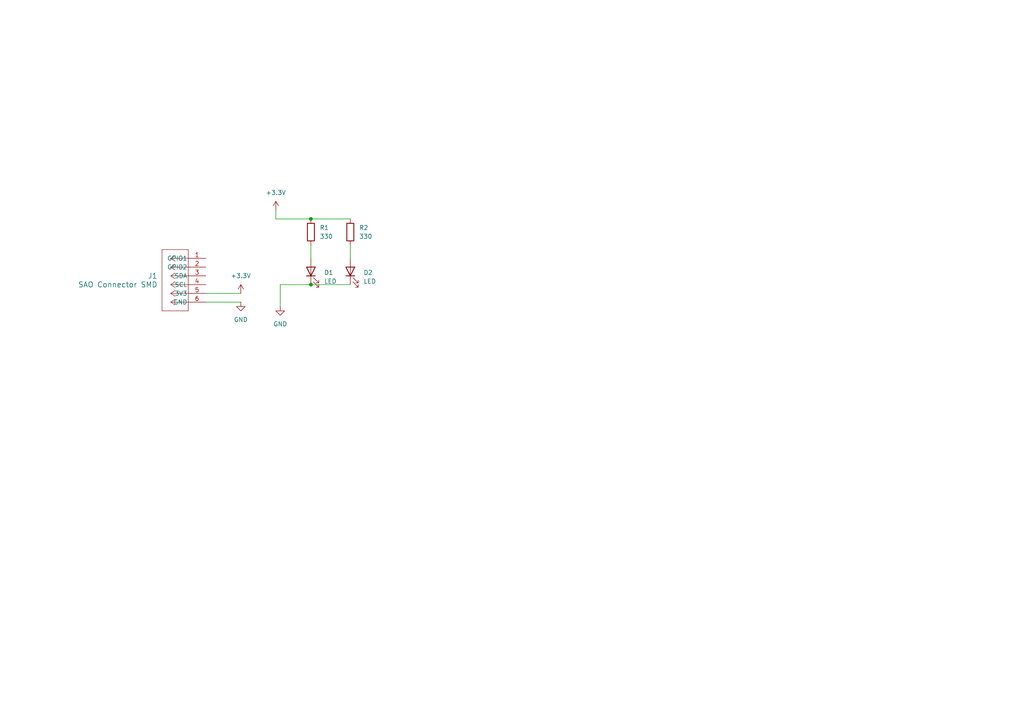
<source format=kicad_sch>
(kicad_sch
	(version 20231120)
	(generator "eeschema")
	(generator_version "8.0")
	(uuid "d5f2a1aa-578a-4ad8-9c0e-4bf4fc341cac")
	(paper "A4")
	(lib_symbols
		(symbol "Device:LED"
			(pin_numbers hide)
			(pin_names
				(offset 1.016) hide)
			(exclude_from_sim no)
			(in_bom yes)
			(on_board yes)
			(property "Reference" "D"
				(at 0 2.54 0)
				(effects
					(font
						(size 1.27 1.27)
					)
				)
			)
			(property "Value" "LED"
				(at 0 -2.54 0)
				(effects
					(font
						(size 1.27 1.27)
					)
				)
			)
			(property "Footprint" ""
				(at 0 0 0)
				(effects
					(font
						(size 1.27 1.27)
					)
					(hide yes)
				)
			)
			(property "Datasheet" "~"
				(at 0 0 0)
				(effects
					(font
						(size 1.27 1.27)
					)
					(hide yes)
				)
			)
			(property "Description" "Light emitting diode"
				(at 0 0 0)
				(effects
					(font
						(size 1.27 1.27)
					)
					(hide yes)
				)
			)
			(property "ki_keywords" "LED diode"
				(at 0 0 0)
				(effects
					(font
						(size 1.27 1.27)
					)
					(hide yes)
				)
			)
			(property "ki_fp_filters" "LED* LED_SMD:* LED_THT:*"
				(at 0 0 0)
				(effects
					(font
						(size 1.27 1.27)
					)
					(hide yes)
				)
			)
			(symbol "LED_0_1"
				(polyline
					(pts
						(xy -1.27 -1.27) (xy -1.27 1.27)
					)
					(stroke
						(width 0.254)
						(type default)
					)
					(fill
						(type none)
					)
				)
				(polyline
					(pts
						(xy -1.27 0) (xy 1.27 0)
					)
					(stroke
						(width 0)
						(type default)
					)
					(fill
						(type none)
					)
				)
				(polyline
					(pts
						(xy 1.27 -1.27) (xy 1.27 1.27) (xy -1.27 0) (xy 1.27 -1.27)
					)
					(stroke
						(width 0.254)
						(type default)
					)
					(fill
						(type none)
					)
				)
				(polyline
					(pts
						(xy -3.048 -0.762) (xy -4.572 -2.286) (xy -3.81 -2.286) (xy -4.572 -2.286) (xy -4.572 -1.524)
					)
					(stroke
						(width 0)
						(type default)
					)
					(fill
						(type none)
					)
				)
				(polyline
					(pts
						(xy -1.778 -0.762) (xy -3.302 -2.286) (xy -2.54 -2.286) (xy -3.302 -2.286) (xy -3.302 -1.524)
					)
					(stroke
						(width 0)
						(type default)
					)
					(fill
						(type none)
					)
				)
			)
			(symbol "LED_1_1"
				(pin passive line
					(at -3.81 0 0)
					(length 2.54)
					(name "K"
						(effects
							(font
								(size 1.27 1.27)
							)
						)
					)
					(number "1"
						(effects
							(font
								(size 1.27 1.27)
							)
						)
					)
				)
				(pin passive line
					(at 3.81 0 180)
					(length 2.54)
					(name "A"
						(effects
							(font
								(size 1.27 1.27)
							)
						)
					)
					(number "2"
						(effects
							(font
								(size 1.27 1.27)
							)
						)
					)
				)
			)
		)
		(symbol "Device:R"
			(pin_numbers hide)
			(pin_names
				(offset 0)
			)
			(exclude_from_sim no)
			(in_bom yes)
			(on_board yes)
			(property "Reference" "R"
				(at 2.032 0 90)
				(effects
					(font
						(size 1.27 1.27)
					)
				)
			)
			(property "Value" "R"
				(at 0 0 90)
				(effects
					(font
						(size 1.27 1.27)
					)
				)
			)
			(property "Footprint" ""
				(at -1.778 0 90)
				(effects
					(font
						(size 1.27 1.27)
					)
					(hide yes)
				)
			)
			(property "Datasheet" "~"
				(at 0 0 0)
				(effects
					(font
						(size 1.27 1.27)
					)
					(hide yes)
				)
			)
			(property "Description" "Resistor"
				(at 0 0 0)
				(effects
					(font
						(size 1.27 1.27)
					)
					(hide yes)
				)
			)
			(property "ki_keywords" "R res resistor"
				(at 0 0 0)
				(effects
					(font
						(size 1.27 1.27)
					)
					(hide yes)
				)
			)
			(property "ki_fp_filters" "R_*"
				(at 0 0 0)
				(effects
					(font
						(size 1.27 1.27)
					)
					(hide yes)
				)
			)
			(symbol "R_0_1"
				(rectangle
					(start -1.016 -2.54)
					(end 1.016 2.54)
					(stroke
						(width 0.254)
						(type default)
					)
					(fill
						(type none)
					)
				)
			)
			(symbol "R_1_1"
				(pin passive line
					(at 0 3.81 270)
					(length 1.27)
					(name "~"
						(effects
							(font
								(size 1.27 1.27)
							)
						)
					)
					(number "1"
						(effects
							(font
								(size 1.27 1.27)
							)
						)
					)
				)
				(pin passive line
					(at 0 -3.81 90)
					(length 1.27)
					(name "~"
						(effects
							(font
								(size 1.27 1.27)
							)
						)
					)
					(number "2"
						(effects
							(font
								(size 1.27 1.27)
							)
						)
					)
				)
			)
		)
		(symbol "SAO Connector SMD:SAO Connector SMD"
			(pin_names
				(offset 0.254)
			)
			(exclude_from_sim no)
			(in_bom yes)
			(on_board yes)
			(property "Reference" "J"
				(at 8.89 6.35 0)
				(effects
					(font
						(size 1.524 1.524)
					)
				)
			)
			(property "Value" "SAO Connector SMD"
				(at 0 0 0)
				(effects
					(font
						(size 1.524 1.524)
					)
				)
			)
			(property "Footprint" "components:SAO Connector SMD"
				(at 0 0 0)
				(effects
					(font
						(size 1.27 1.27)
						(italic yes)
					)
					(hide yes)
				)
			)
			(property "Datasheet" "M20-8760342"
				(at 0 0 0)
				(effects
					(font
						(size 1.27 1.27)
						(italic yes)
					)
					(hide yes)
				)
			)
			(property "Description" ""
				(at 0 0 0)
				(effects
					(font
						(size 1.27 1.27)
					)
					(hide yes)
				)
			)
			(property "ki_keywords" "M20-8760342"
				(at 0 0 0)
				(effects
					(font
						(size 1.27 1.27)
					)
					(hide yes)
				)
			)
			(property "ki_fp_filters" "CONN6_M20-8760342_HRW"
				(at 0 0 0)
				(effects
					(font
						(size 1.27 1.27)
					)
					(hide yes)
				)
			)
			(symbol "SAO Connector SMD_1_1"
				(polyline
					(pts
						(xy 5.08 -15.24) (xy 12.7 -15.24)
					)
					(stroke
						(width 0.127)
						(type default)
					)
					(fill
						(type none)
					)
				)
				(polyline
					(pts
						(xy 5.08 2.54) (xy 5.08 -15.24)
					)
					(stroke
						(width 0.127)
						(type default)
					)
					(fill
						(type none)
					)
				)
				(polyline
					(pts
						(xy 10.16 -12.7) (xy 5.08 -12.7)
					)
					(stroke
						(width 0.127)
						(type default)
					)
					(fill
						(type none)
					)
				)
				(polyline
					(pts
						(xy 10.16 -12.7) (xy 8.89 -13.5467)
					)
					(stroke
						(width 0.127)
						(type default)
					)
					(fill
						(type none)
					)
				)
				(polyline
					(pts
						(xy 10.16 -12.7) (xy 8.89 -11.8533)
					)
					(stroke
						(width 0.127)
						(type default)
					)
					(fill
						(type none)
					)
				)
				(polyline
					(pts
						(xy 10.16 -10.16) (xy 5.08 -10.16)
					)
					(stroke
						(width 0.127)
						(type default)
					)
					(fill
						(type none)
					)
				)
				(polyline
					(pts
						(xy 10.16 -10.16) (xy 8.89 -11.0067)
					)
					(stroke
						(width 0.127)
						(type default)
					)
					(fill
						(type none)
					)
				)
				(polyline
					(pts
						(xy 10.16 -10.16) (xy 8.89 -9.3133)
					)
					(stroke
						(width 0.127)
						(type default)
					)
					(fill
						(type none)
					)
				)
				(polyline
					(pts
						(xy 10.16 -7.62) (xy 5.08 -7.62)
					)
					(stroke
						(width 0.127)
						(type default)
					)
					(fill
						(type none)
					)
				)
				(polyline
					(pts
						(xy 10.16 -7.62) (xy 8.89 -8.4667)
					)
					(stroke
						(width 0.127)
						(type default)
					)
					(fill
						(type none)
					)
				)
				(polyline
					(pts
						(xy 10.16 -7.62) (xy 8.89 -6.7733)
					)
					(stroke
						(width 0.127)
						(type default)
					)
					(fill
						(type none)
					)
				)
				(polyline
					(pts
						(xy 10.16 -5.08) (xy 5.08 -5.08)
					)
					(stroke
						(width 0.127)
						(type default)
					)
					(fill
						(type none)
					)
				)
				(polyline
					(pts
						(xy 10.16 -5.08) (xy 8.89 -5.9267)
					)
					(stroke
						(width 0.127)
						(type default)
					)
					(fill
						(type none)
					)
				)
				(polyline
					(pts
						(xy 10.16 -5.08) (xy 8.89 -4.2333)
					)
					(stroke
						(width 0.127)
						(type default)
					)
					(fill
						(type none)
					)
				)
				(polyline
					(pts
						(xy 10.16 -2.54) (xy 5.08 -2.54)
					)
					(stroke
						(width 0.127)
						(type default)
					)
					(fill
						(type none)
					)
				)
				(polyline
					(pts
						(xy 10.16 -2.54) (xy 8.89 -3.3867)
					)
					(stroke
						(width 0.127)
						(type default)
					)
					(fill
						(type none)
					)
				)
				(polyline
					(pts
						(xy 10.16 -2.54) (xy 8.89 -1.6933)
					)
					(stroke
						(width 0.127)
						(type default)
					)
					(fill
						(type none)
					)
				)
				(polyline
					(pts
						(xy 10.16 0) (xy 5.08 0)
					)
					(stroke
						(width 0.127)
						(type default)
					)
					(fill
						(type none)
					)
				)
				(polyline
					(pts
						(xy 10.16 0) (xy 8.89 -0.8467)
					)
					(stroke
						(width 0.127)
						(type default)
					)
					(fill
						(type none)
					)
				)
				(polyline
					(pts
						(xy 10.16 0) (xy 8.89 0.8467)
					)
					(stroke
						(width 0.127)
						(type default)
					)
					(fill
						(type none)
					)
				)
				(polyline
					(pts
						(xy 12.7 -15.24) (xy 12.7 2.54)
					)
					(stroke
						(width 0.127)
						(type default)
					)
					(fill
						(type none)
					)
				)
				(polyline
					(pts
						(xy 12.7 2.54) (xy 5.08 2.54)
					)
					(stroke
						(width 0.127)
						(type default)
					)
					(fill
						(type none)
					)
				)
				(pin unspecified line
					(at 0 0 0)
					(length 5.08)
					(name "GPIO1"
						(effects
							(font
								(size 1.27 1.27)
							)
						)
					)
					(number "1"
						(effects
							(font
								(size 1.27 1.27)
							)
						)
					)
				)
				(pin unspecified line
					(at 0 -2.54 0)
					(length 5.08)
					(name "GPIO2"
						(effects
							(font
								(size 1.27 1.27)
							)
						)
					)
					(number "2"
						(effects
							(font
								(size 1.27 1.27)
							)
						)
					)
				)
				(pin unspecified line
					(at 0 -5.08 0)
					(length 5.08)
					(name "SDA"
						(effects
							(font
								(size 1.27 1.27)
							)
						)
					)
					(number "3"
						(effects
							(font
								(size 1.27 1.27)
							)
						)
					)
				)
				(pin unspecified line
					(at 0 -7.62 0)
					(length 5.08)
					(name "SCL"
						(effects
							(font
								(size 1.27 1.27)
							)
						)
					)
					(number "4"
						(effects
							(font
								(size 1.27 1.27)
							)
						)
					)
				)
				(pin unspecified line
					(at 0 -10.16 0)
					(length 5.08)
					(name "3V3"
						(effects
							(font
								(size 1.27 1.27)
							)
						)
					)
					(number "5"
						(effects
							(font
								(size 1.27 1.27)
							)
						)
					)
				)
				(pin unspecified line
					(at 0 -12.7 0)
					(length 5.08)
					(name "GND"
						(effects
							(font
								(size 1.27 1.27)
							)
						)
					)
					(number "6"
						(effects
							(font
								(size 1.27 1.27)
							)
						)
					)
				)
			)
			(symbol "SAO Connector SMD_1_2"
				(polyline
					(pts
						(xy 5.08 -15.24) (xy 12.7 -15.24)
					)
					(stroke
						(width 0.127)
						(type default)
					)
					(fill
						(type none)
					)
				)
				(polyline
					(pts
						(xy 5.08 2.54) (xy 5.08 -15.24)
					)
					(stroke
						(width 0.127)
						(type default)
					)
					(fill
						(type none)
					)
				)
				(polyline
					(pts
						(xy 7.62 -12.7) (xy 5.08 -12.7)
					)
					(stroke
						(width 0.127)
						(type default)
					)
					(fill
						(type none)
					)
				)
				(polyline
					(pts
						(xy 7.62 -12.7) (xy 8.89 -13.5467)
					)
					(stroke
						(width 0.127)
						(type default)
					)
					(fill
						(type none)
					)
				)
				(polyline
					(pts
						(xy 7.62 -12.7) (xy 8.89 -11.8533)
					)
					(stroke
						(width 0.127)
						(type default)
					)
					(fill
						(type none)
					)
				)
				(polyline
					(pts
						(xy 7.62 -10.16) (xy 5.08 -10.16)
					)
					(stroke
						(width 0.127)
						(type default)
					)
					(fill
						(type none)
					)
				)
				(polyline
					(pts
						(xy 7.62 -10.16) (xy 8.89 -11.0067)
					)
					(stroke
						(width 0.127)
						(type default)
					)
					(fill
						(type none)
					)
				)
				(polyline
					(pts
						(xy 7.62 -10.16) (xy 8.89 -9.3133)
					)
					(stroke
						(width 0.127)
						(type default)
					)
					(fill
						(type none)
					)
				)
				(polyline
					(pts
						(xy 7.62 -7.62) (xy 5.08 -7.62)
					)
					(stroke
						(width 0.127)
						(type default)
					)
					(fill
						(type none)
					)
				)
				(polyline
					(pts
						(xy 7.62 -7.62) (xy 8.89 -8.4667)
					)
					(stroke
						(width 0.127)
						(type default)
					)
					(fill
						(type none)
					)
				)
				(polyline
					(pts
						(xy 7.62 -7.62) (xy 8.89 -6.7733)
					)
					(stroke
						(width 0.127)
						(type default)
					)
					(fill
						(type none)
					)
				)
				(polyline
					(pts
						(xy 7.62 -5.08) (xy 5.08 -5.08)
					)
					(stroke
						(width 0.127)
						(type default)
					)
					(fill
						(type none)
					)
				)
				(polyline
					(pts
						(xy 7.62 -5.08) (xy 8.89 -5.9267)
					)
					(stroke
						(width 0.127)
						(type default)
					)
					(fill
						(type none)
					)
				)
				(polyline
					(pts
						(xy 7.62 -5.08) (xy 8.89 -4.2333)
					)
					(stroke
						(width 0.127)
						(type default)
					)
					(fill
						(type none)
					)
				)
				(polyline
					(pts
						(xy 7.62 -2.54) (xy 5.08 -2.54)
					)
					(stroke
						(width 0.127)
						(type default)
					)
					(fill
						(type none)
					)
				)
				(polyline
					(pts
						(xy 7.62 -2.54) (xy 8.89 -3.3867)
					)
					(stroke
						(width 0.127)
						(type default)
					)
					(fill
						(type none)
					)
				)
				(polyline
					(pts
						(xy 7.62 -2.54) (xy 8.89 -1.6933)
					)
					(stroke
						(width 0.127)
						(type default)
					)
					(fill
						(type none)
					)
				)
				(polyline
					(pts
						(xy 7.62 0) (xy 5.08 0)
					)
					(stroke
						(width 0.127)
						(type default)
					)
					(fill
						(type none)
					)
				)
				(polyline
					(pts
						(xy 7.62 0) (xy 8.89 -0.8467)
					)
					(stroke
						(width 0.127)
						(type default)
					)
					(fill
						(type none)
					)
				)
				(polyline
					(pts
						(xy 7.62 0) (xy 8.89 0.8467)
					)
					(stroke
						(width 0.127)
						(type default)
					)
					(fill
						(type none)
					)
				)
				(polyline
					(pts
						(xy 12.7 -15.24) (xy 12.7 2.54)
					)
					(stroke
						(width 0.127)
						(type default)
					)
					(fill
						(type none)
					)
				)
				(polyline
					(pts
						(xy 12.7 2.54) (xy 5.08 2.54)
					)
					(stroke
						(width 0.127)
						(type default)
					)
					(fill
						(type none)
					)
				)
				(pin unspecified line
					(at 0 0 0)
					(length 5.08)
					(name "1"
						(effects
							(font
								(size 1.27 1.27)
							)
						)
					)
					(number "1"
						(effects
							(font
								(size 1.27 1.27)
							)
						)
					)
				)
				(pin unspecified line
					(at 0 -2.54 0)
					(length 5.08)
					(name "2"
						(effects
							(font
								(size 1.27 1.27)
							)
						)
					)
					(number "2"
						(effects
							(font
								(size 1.27 1.27)
							)
						)
					)
				)
				(pin unspecified line
					(at 0 -5.08 0)
					(length 5.08)
					(name "3"
						(effects
							(font
								(size 1.27 1.27)
							)
						)
					)
					(number "3"
						(effects
							(font
								(size 1.27 1.27)
							)
						)
					)
				)
				(pin unspecified line
					(at 0 -7.62 0)
					(length 5.08)
					(name "4"
						(effects
							(font
								(size 1.27 1.27)
							)
						)
					)
					(number "4"
						(effects
							(font
								(size 1.27 1.27)
							)
						)
					)
				)
				(pin unspecified line
					(at 0 -10.16 0)
					(length 5.08)
					(name "5"
						(effects
							(font
								(size 1.27 1.27)
							)
						)
					)
					(number "5"
						(effects
							(font
								(size 1.27 1.27)
							)
						)
					)
				)
				(pin unspecified line
					(at 0 -12.7 0)
					(length 5.08)
					(name "6"
						(effects
							(font
								(size 1.27 1.27)
							)
						)
					)
					(number "6"
						(effects
							(font
								(size 1.27 1.27)
							)
						)
					)
				)
			)
		)
		(symbol "power:+3.3V"
			(power)
			(pin_numbers hide)
			(pin_names
				(offset 0) hide)
			(exclude_from_sim no)
			(in_bom yes)
			(on_board yes)
			(property "Reference" "#PWR"
				(at 0 -3.81 0)
				(effects
					(font
						(size 1.27 1.27)
					)
					(hide yes)
				)
			)
			(property "Value" "+3.3V"
				(at 0 3.556 0)
				(effects
					(font
						(size 1.27 1.27)
					)
				)
			)
			(property "Footprint" ""
				(at 0 0 0)
				(effects
					(font
						(size 1.27 1.27)
					)
					(hide yes)
				)
			)
			(property "Datasheet" ""
				(at 0 0 0)
				(effects
					(font
						(size 1.27 1.27)
					)
					(hide yes)
				)
			)
			(property "Description" "Power symbol creates a global label with name \"+3.3V\""
				(at 0 0 0)
				(effects
					(font
						(size 1.27 1.27)
					)
					(hide yes)
				)
			)
			(property "ki_keywords" "global power"
				(at 0 0 0)
				(effects
					(font
						(size 1.27 1.27)
					)
					(hide yes)
				)
			)
			(symbol "+3.3V_0_1"
				(polyline
					(pts
						(xy -0.762 1.27) (xy 0 2.54)
					)
					(stroke
						(width 0)
						(type default)
					)
					(fill
						(type none)
					)
				)
				(polyline
					(pts
						(xy 0 0) (xy 0 2.54)
					)
					(stroke
						(width 0)
						(type default)
					)
					(fill
						(type none)
					)
				)
				(polyline
					(pts
						(xy 0 2.54) (xy 0.762 1.27)
					)
					(stroke
						(width 0)
						(type default)
					)
					(fill
						(type none)
					)
				)
			)
			(symbol "+3.3V_1_1"
				(pin power_in line
					(at 0 0 90)
					(length 0)
					(name "~"
						(effects
							(font
								(size 1.27 1.27)
							)
						)
					)
					(number "1"
						(effects
							(font
								(size 1.27 1.27)
							)
						)
					)
				)
			)
		)
		(symbol "power:GND"
			(power)
			(pin_numbers hide)
			(pin_names
				(offset 0) hide)
			(exclude_from_sim no)
			(in_bom yes)
			(on_board yes)
			(property "Reference" "#PWR"
				(at 0 -6.35 0)
				(effects
					(font
						(size 1.27 1.27)
					)
					(hide yes)
				)
			)
			(property "Value" "GND"
				(at 0 -3.81 0)
				(effects
					(font
						(size 1.27 1.27)
					)
				)
			)
			(property "Footprint" ""
				(at 0 0 0)
				(effects
					(font
						(size 1.27 1.27)
					)
					(hide yes)
				)
			)
			(property "Datasheet" ""
				(at 0 0 0)
				(effects
					(font
						(size 1.27 1.27)
					)
					(hide yes)
				)
			)
			(property "Description" "Power symbol creates a global label with name \"GND\" , ground"
				(at 0 0 0)
				(effects
					(font
						(size 1.27 1.27)
					)
					(hide yes)
				)
			)
			(property "ki_keywords" "global power"
				(at 0 0 0)
				(effects
					(font
						(size 1.27 1.27)
					)
					(hide yes)
				)
			)
			(symbol "GND_0_1"
				(polyline
					(pts
						(xy 0 0) (xy 0 -1.27) (xy 1.27 -1.27) (xy 0 -2.54) (xy -1.27 -1.27) (xy 0 -1.27)
					)
					(stroke
						(width 0)
						(type default)
					)
					(fill
						(type none)
					)
				)
			)
			(symbol "GND_1_1"
				(pin power_in line
					(at 0 0 270)
					(length 0)
					(name "~"
						(effects
							(font
								(size 1.27 1.27)
							)
						)
					)
					(number "1"
						(effects
							(font
								(size 1.27 1.27)
							)
						)
					)
				)
			)
		)
	)
	(junction
		(at 90.17 82.55)
		(diameter 0)
		(color 0 0 0 0)
		(uuid "57c65dd3-11a6-404d-ab56-42b7096c6142")
	)
	(junction
		(at 90.17 63.5)
		(diameter 0)
		(color 0 0 0 0)
		(uuid "a08ab826-4d0b-4317-9cc3-f3e2eded6994")
	)
	(wire
		(pts
			(xy 101.6 71.12) (xy 101.6 74.93)
		)
		(stroke
			(width 0)
			(type default)
		)
		(uuid "01cd4b76-c66e-4201-b5a9-4f0d9545d5ac")
	)
	(wire
		(pts
			(xy 59.69 85.09) (xy 69.85 85.09)
		)
		(stroke
			(width 0)
			(type default)
		)
		(uuid "064ea619-c34b-49cf-b7eb-860d29b8c2b7")
	)
	(wire
		(pts
			(xy 90.17 82.55) (xy 101.6 82.55)
		)
		(stroke
			(width 0)
			(type default)
		)
		(uuid "0e3d79e9-49bf-4856-b41f-6604e94cbc97")
	)
	(wire
		(pts
			(xy 80.01 63.5) (xy 90.17 63.5)
		)
		(stroke
			(width 0)
			(type default)
		)
		(uuid "0eaf4a13-fa22-4c6f-babf-b89a4811e7b1")
	)
	(wire
		(pts
			(xy 81.28 82.55) (xy 90.17 82.55)
		)
		(stroke
			(width 0)
			(type default)
		)
		(uuid "2d29edfd-3cd6-4957-9a0f-3a0e995121c5")
	)
	(wire
		(pts
			(xy 81.28 88.9) (xy 81.28 82.55)
		)
		(stroke
			(width 0)
			(type default)
		)
		(uuid "33bc9cc5-7525-415a-87be-a0bf8145996e")
	)
	(wire
		(pts
			(xy 90.17 63.5) (xy 101.6 63.5)
		)
		(stroke
			(width 0)
			(type default)
		)
		(uuid "6d27deef-7c3e-4b50-9f83-435129aaaafd")
	)
	(wire
		(pts
			(xy 80.01 60.96) (xy 80.01 63.5)
		)
		(stroke
			(width 0)
			(type default)
		)
		(uuid "98a354ad-bc20-4713-9351-bc2c181e5fe4")
	)
	(wire
		(pts
			(xy 59.69 87.63) (xy 69.85 87.63)
		)
		(stroke
			(width 0)
			(type default)
		)
		(uuid "9d9cd78e-e936-4fbf-b169-d4e6b2094de8")
	)
	(wire
		(pts
			(xy 90.17 71.12) (xy 90.17 74.93)
		)
		(stroke
			(width 0)
			(type default)
		)
		(uuid "bf570b47-5253-491e-be3c-411e9f1d351c")
	)
	(symbol
		(lib_id "SAO Connector SMD:SAO Connector SMD")
		(at 59.69 74.93 0)
		(mirror y)
		(unit 1)
		(exclude_from_sim no)
		(in_bom yes)
		(on_board yes)
		(dnp no)
		(uuid "38ebb079-aa22-4111-b680-b0105395bd4f")
		(property "Reference" "J1"
			(at 45.72 80.0099 0)
			(effects
				(font
					(size 1.524 1.524)
				)
				(justify left)
			)
		)
		(property "Value" "SAO Connector SMD"
			(at 45.72 82.5499 0)
			(effects
				(font
					(size 1.524 1.524)
				)
				(justify left)
			)
		)
		(property "Footprint" "footprints:SAO Connector SMD"
			(at 59.69 74.93 0)
			(effects
				(font
					(size 1.27 1.27)
					(italic yes)
				)
				(hide yes)
			)
		)
		(property "Datasheet" "M20-8760342"
			(at 59.69 74.93 0)
			(effects
				(font
					(size 1.27 1.27)
					(italic yes)
				)
				(hide yes)
			)
		)
		(property "Description" ""
			(at 59.69 74.93 0)
			(effects
				(font
					(size 1.27 1.27)
				)
				(hide yes)
			)
		)
		(pin "5"
			(uuid "847accad-19ea-49fa-86e7-bbb58db7c7b6")
		)
		(pin "4"
			(uuid "9b2341c1-601a-498e-a087-cf415013c751")
		)
		(pin "2"
			(uuid "e4d64f32-34b8-46b9-a774-ff6e94e52abe")
		)
		(pin "1"
			(uuid "ab1478a2-ab63-4434-93ea-c50fa3e6651f")
		)
		(pin "3"
			(uuid "58a8fa69-d397-48c2-835f-b1f327c2b231")
		)
		(pin "6"
			(uuid "6ccd6647-02e7-4eaa-a709-c2c3fd49f524")
		)
		(instances
			(project ""
				(path "/d5f2a1aa-578a-4ad8-9c0e-4bf4fc341cac"
					(reference "J1")
					(unit 1)
				)
			)
		)
	)
	(symbol
		(lib_id "Device:LED")
		(at 90.17 78.74 90)
		(unit 1)
		(exclude_from_sim no)
		(in_bom yes)
		(on_board yes)
		(dnp no)
		(fields_autoplaced yes)
		(uuid "4868d45b-94d2-4dcf-9a14-bdb9274920de")
		(property "Reference" "D1"
			(at 93.98 79.0574 90)
			(effects
				(font
					(size 1.27 1.27)
				)
				(justify right)
			)
		)
		(property "Value" "LED"
			(at 93.98 81.5974 90)
			(effects
				(font
					(size 1.27 1.27)
				)
				(justify right)
			)
		)
		(property "Footprint" "LED_THT:LED_D3.0mm"
			(at 90.17 78.74 0)
			(effects
				(font
					(size 1.27 1.27)
				)
				(hide yes)
			)
		)
		(property "Datasheet" "~"
			(at 90.17 78.74 0)
			(effects
				(font
					(size 1.27 1.27)
				)
				(hide yes)
			)
		)
		(property "Description" "Light emitting diode"
			(at 90.17 78.74 0)
			(effects
				(font
					(size 1.27 1.27)
				)
				(hide yes)
			)
		)
		(pin "1"
			(uuid "f0c12c19-cf99-44ca-accd-9f4628fe26ea")
		)
		(pin "2"
			(uuid "2a876078-98d9-4733-9c5d-e0247e6b22ef")
		)
		(instances
			(project ""
				(path "/d5f2a1aa-578a-4ad8-9c0e-4bf4fc341cac"
					(reference "D1")
					(unit 1)
				)
			)
		)
	)
	(symbol
		(lib_id "power:GND")
		(at 69.85 87.63 0)
		(unit 1)
		(exclude_from_sim no)
		(in_bom yes)
		(on_board yes)
		(dnp no)
		(fields_autoplaced yes)
		(uuid "49a8774a-40b8-4537-8dac-9bd0bc165777")
		(property "Reference" "#PWR01"
			(at 69.85 93.98 0)
			(effects
				(font
					(size 1.27 1.27)
				)
				(hide yes)
			)
		)
		(property "Value" "GND"
			(at 69.85 92.71 0)
			(effects
				(font
					(size 1.27 1.27)
				)
			)
		)
		(property "Footprint" ""
			(at 69.85 87.63 0)
			(effects
				(font
					(size 1.27 1.27)
				)
				(hide yes)
			)
		)
		(property "Datasheet" ""
			(at 69.85 87.63 0)
			(effects
				(font
					(size 1.27 1.27)
				)
				(hide yes)
			)
		)
		(property "Description" "Power symbol creates a global label with name \"GND\" , ground"
			(at 69.85 87.63 0)
			(effects
				(font
					(size 1.27 1.27)
				)
				(hide yes)
			)
		)
		(pin "1"
			(uuid "859d17bc-636f-4a90-b23f-15f17159c252")
		)
		(instances
			(project ""
				(path "/d5f2a1aa-578a-4ad8-9c0e-4bf4fc341cac"
					(reference "#PWR01")
					(unit 1)
				)
			)
		)
	)
	(symbol
		(lib_id "power:+3.3V")
		(at 80.01 60.96 0)
		(unit 1)
		(exclude_from_sim no)
		(in_bom yes)
		(on_board yes)
		(dnp no)
		(fields_autoplaced yes)
		(uuid "6dacc9f4-24dc-4935-88ff-08c47adaf9c3")
		(property "Reference" "#PWR03"
			(at 80.01 64.77 0)
			(effects
				(font
					(size 1.27 1.27)
				)
				(hide yes)
			)
		)
		(property "Value" "+3.3V"
			(at 80.01 55.88 0)
			(effects
				(font
					(size 1.27 1.27)
				)
			)
		)
		(property "Footprint" ""
			(at 80.01 60.96 0)
			(effects
				(font
					(size 1.27 1.27)
				)
				(hide yes)
			)
		)
		(property "Datasheet" ""
			(at 80.01 60.96 0)
			(effects
				(font
					(size 1.27 1.27)
				)
				(hide yes)
			)
		)
		(property "Description" "Power symbol creates a global label with name \"+3.3V\""
			(at 80.01 60.96 0)
			(effects
				(font
					(size 1.27 1.27)
				)
				(hide yes)
			)
		)
		(pin "1"
			(uuid "d043e2e9-fa4a-49e4-9fc4-763aef4d2625")
		)
		(instances
			(project "Sao_Diamond"
				(path "/d5f2a1aa-578a-4ad8-9c0e-4bf4fc341cac"
					(reference "#PWR03")
					(unit 1)
				)
			)
		)
	)
	(symbol
		(lib_id "Device:R")
		(at 101.6 67.31 0)
		(unit 1)
		(exclude_from_sim no)
		(in_bom yes)
		(on_board yes)
		(dnp no)
		(fields_autoplaced yes)
		(uuid "787d6f5b-07a7-4ae1-b68b-6944b63bd2b2")
		(property "Reference" "R2"
			(at 104.14 66.0399 0)
			(effects
				(font
					(size 1.27 1.27)
				)
				(justify left)
			)
		)
		(property "Value" "330"
			(at 104.14 68.5799 0)
			(effects
				(font
					(size 1.27 1.27)
				)
				(justify left)
			)
		)
		(property "Footprint" "Resistor_THT:R_Axial_DIN0204_L3.6mm_D1.6mm_P7.62mm_Horizontal"
			(at 99.822 67.31 90)
			(effects
				(font
					(size 1.27 1.27)
				)
				(hide yes)
			)
		)
		(property "Datasheet" "~"
			(at 101.6 67.31 0)
			(effects
				(font
					(size 1.27 1.27)
				)
				(hide yes)
			)
		)
		(property "Description" "Resistor"
			(at 101.6 67.31 0)
			(effects
				(font
					(size 1.27 1.27)
				)
				(hide yes)
			)
		)
		(pin "2"
			(uuid "2f974ad5-eccf-4f94-9e87-4cae70bdba90")
		)
		(pin "1"
			(uuid "4444f366-239e-4c1b-a5b3-cae21d5079d4")
		)
		(instances
			(project "Sao_Diamond"
				(path "/d5f2a1aa-578a-4ad8-9c0e-4bf4fc341cac"
					(reference "R2")
					(unit 1)
				)
			)
		)
	)
	(symbol
		(lib_id "Device:LED")
		(at 101.6 78.74 90)
		(unit 1)
		(exclude_from_sim no)
		(in_bom yes)
		(on_board yes)
		(dnp no)
		(fields_autoplaced yes)
		(uuid "bb59de3d-0e16-46bd-83ed-6d5f9c7edc32")
		(property "Reference" "D2"
			(at 105.41 79.0574 90)
			(effects
				(font
					(size 1.27 1.27)
				)
				(justify right)
			)
		)
		(property "Value" "LED"
			(at 105.41 81.5974 90)
			(effects
				(font
					(size 1.27 1.27)
				)
				(justify right)
			)
		)
		(property "Footprint" "LED_THT:LED_D3.0mm"
			(at 101.6 78.74 0)
			(effects
				(font
					(size 1.27 1.27)
				)
				(hide yes)
			)
		)
		(property "Datasheet" "~"
			(at 101.6 78.74 0)
			(effects
				(font
					(size 1.27 1.27)
				)
				(hide yes)
			)
		)
		(property "Description" "Light emitting diode"
			(at 101.6 78.74 0)
			(effects
				(font
					(size 1.27 1.27)
				)
				(hide yes)
			)
		)
		(pin "1"
			(uuid "330b8873-6927-4310-ae64-40c0a2984ff6")
		)
		(pin "2"
			(uuid "40903869-a746-45cb-a33b-0f28d209c9f3")
		)
		(instances
			(project "Sao_Diamond"
				(path "/d5f2a1aa-578a-4ad8-9c0e-4bf4fc341cac"
					(reference "D2")
					(unit 1)
				)
			)
		)
	)
	(symbol
		(lib_id "power:GND")
		(at 81.28 88.9 0)
		(unit 1)
		(exclude_from_sim no)
		(in_bom yes)
		(on_board yes)
		(dnp no)
		(fields_autoplaced yes)
		(uuid "e34af459-a51d-4946-bf8c-35a913c21b2e")
		(property "Reference" "#PWR04"
			(at 81.28 95.25 0)
			(effects
				(font
					(size 1.27 1.27)
				)
				(hide yes)
			)
		)
		(property "Value" "GND"
			(at 81.28 93.98 0)
			(effects
				(font
					(size 1.27 1.27)
				)
			)
		)
		(property "Footprint" ""
			(at 81.28 88.9 0)
			(effects
				(font
					(size 1.27 1.27)
				)
				(hide yes)
			)
		)
		(property "Datasheet" ""
			(at 81.28 88.9 0)
			(effects
				(font
					(size 1.27 1.27)
				)
				(hide yes)
			)
		)
		(property "Description" "Power symbol creates a global label with name \"GND\" , ground"
			(at 81.28 88.9 0)
			(effects
				(font
					(size 1.27 1.27)
				)
				(hide yes)
			)
		)
		(pin "1"
			(uuid "a3c5e7a3-bf9c-4eb7-baf7-934fd9bc369f")
		)
		(instances
			(project "Sao_Diamond"
				(path "/d5f2a1aa-578a-4ad8-9c0e-4bf4fc341cac"
					(reference "#PWR04")
					(unit 1)
				)
			)
		)
	)
	(symbol
		(lib_id "power:+3.3V")
		(at 69.85 85.09 0)
		(unit 1)
		(exclude_from_sim no)
		(in_bom yes)
		(on_board yes)
		(dnp no)
		(fields_autoplaced yes)
		(uuid "e5995faf-6ba2-497d-b02f-31c8ec85153c")
		(property "Reference" "#PWR02"
			(at 69.85 88.9 0)
			(effects
				(font
					(size 1.27 1.27)
				)
				(hide yes)
			)
		)
		(property "Value" "+3.3V"
			(at 69.85 80.01 0)
			(effects
				(font
					(size 1.27 1.27)
				)
			)
		)
		(property "Footprint" ""
			(at 69.85 85.09 0)
			(effects
				(font
					(size 1.27 1.27)
				)
				(hide yes)
			)
		)
		(property "Datasheet" ""
			(at 69.85 85.09 0)
			(effects
				(font
					(size 1.27 1.27)
				)
				(hide yes)
			)
		)
		(property "Description" "Power symbol creates a global label with name \"+3.3V\""
			(at 69.85 85.09 0)
			(effects
				(font
					(size 1.27 1.27)
				)
				(hide yes)
			)
		)
		(pin "1"
			(uuid "5232a6f9-bd2d-4956-a0b2-fefc068f7967")
		)
		(instances
			(project ""
				(path "/d5f2a1aa-578a-4ad8-9c0e-4bf4fc341cac"
					(reference "#PWR02")
					(unit 1)
				)
			)
		)
	)
	(symbol
		(lib_id "Device:R")
		(at 90.17 67.31 0)
		(unit 1)
		(exclude_from_sim no)
		(in_bom yes)
		(on_board yes)
		(dnp no)
		(fields_autoplaced yes)
		(uuid "f4949c99-093d-4564-b2b3-85a523d432b4")
		(property "Reference" "R1"
			(at 92.71 66.0399 0)
			(effects
				(font
					(size 1.27 1.27)
				)
				(justify left)
			)
		)
		(property "Value" "330"
			(at 92.71 68.5799 0)
			(effects
				(font
					(size 1.27 1.27)
				)
				(justify left)
			)
		)
		(property "Footprint" "Resistor_THT:R_Axial_DIN0204_L3.6mm_D1.6mm_P7.62mm_Horizontal"
			(at 88.392 67.31 90)
			(effects
				(font
					(size 1.27 1.27)
				)
				(hide yes)
			)
		)
		(property "Datasheet" "~"
			(at 90.17 67.31 0)
			(effects
				(font
					(size 1.27 1.27)
				)
				(hide yes)
			)
		)
		(property "Description" "Resistor"
			(at 90.17 67.31 0)
			(effects
				(font
					(size 1.27 1.27)
				)
				(hide yes)
			)
		)
		(pin "2"
			(uuid "9c63119b-a610-4d83-92b6-3a6cad8c3e04")
		)
		(pin "1"
			(uuid "e58ee6d3-b010-4891-b4be-6298db3fb382")
		)
		(instances
			(project ""
				(path "/d5f2a1aa-578a-4ad8-9c0e-4bf4fc341cac"
					(reference "R1")
					(unit 1)
				)
			)
		)
	)
	(sheet_instances
		(path "/"
			(page "1")
		)
	)
)

</source>
